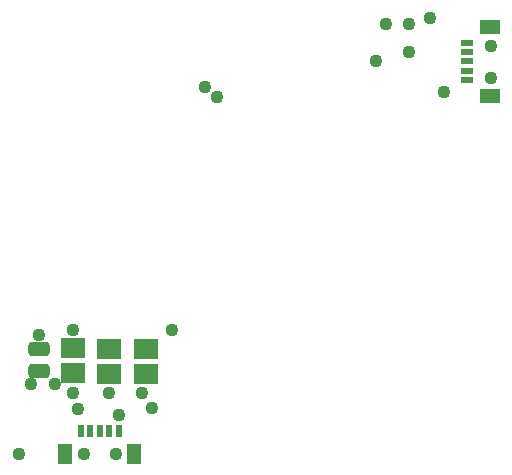
<source format=gts>
G04*
G04 #@! TF.GenerationSoftware,Altium Limited,Altium Designer,24.1.2 (44)*
G04*
G04 Layer_Color=8388736*
%FSLAX25Y25*%
%MOIN*%
G70*
G04*
G04 #@! TF.SameCoordinates,00511CFA-0F04-46CA-AFF9-E4457DF0149F*
G04*
G04*
G04 #@! TF.FilePolarity,Negative*
G04*
G01*
G75*
%ADD13R,0.03937X0.01968*%
%ADD14R,0.06693X0.04724*%
G04:AMPARAMS|DCode=15|XSize=71.18mil|YSize=49.92mil|CornerRadius=13.74mil|HoleSize=0mil|Usage=FLASHONLY|Rotation=180.000|XOffset=0mil|YOffset=0mil|HoleType=Round|Shape=RoundedRectangle|*
%AMROUNDEDRECTD15*
21,1,0.07118,0.02244,0,0,180.0*
21,1,0.04370,0.04992,0,0,180.0*
1,1,0.02748,-0.02185,0.01122*
1,1,0.02748,0.02185,0.01122*
1,1,0.02748,0.02185,-0.01122*
1,1,0.02748,-0.02185,-0.01122*
%
%ADD15ROUNDEDRECTD15*%
%ADD16R,0.07906X0.06724*%
%ADD17R,0.01968X0.03937*%
%ADD18R,0.04724X0.06693*%
%ADD19C,0.04362*%
D13*
X-15630Y132123D02*
D03*
Y135272D02*
D03*
Y138422D02*
D03*
Y141572D02*
D03*
Y144721D02*
D03*
D14*
X-7953Y127005D02*
D03*
Y149839D02*
D03*
D15*
X-158126Y35354D02*
D03*
Y42401D02*
D03*
D16*
X-134964Y34370D02*
D03*
Y42638D02*
D03*
X-122617Y34241D02*
D03*
X-122617Y42508D02*
D03*
X-146920Y34567D02*
D03*
X-146920Y42834D02*
D03*
D17*
X-144331Y15364D02*
D03*
X-141181D02*
D03*
X-138031D02*
D03*
X-134882D02*
D03*
X-131732D02*
D03*
D18*
X-149449Y7687D02*
D03*
X-126614D02*
D03*
D19*
X-34824Y141572D02*
D03*
X-114039Y48871D02*
D03*
X-120693Y22894D02*
D03*
X-152876Y30959D02*
D03*
X-146920Y48871D02*
D03*
X-7592Y132819D02*
D03*
X-7581Y143405D02*
D03*
X-23120Y128221D02*
D03*
X-46000Y138579D02*
D03*
X-28000Y153000D02*
D03*
X-160807Y30803D02*
D03*
X-34866Y151000D02*
D03*
X-42642D02*
D03*
X-102815Y130034D02*
D03*
X-98775Y126596D02*
D03*
X-160807Y30959D02*
D03*
X-131732Y20424D02*
D03*
X-145315Y22709D02*
D03*
X-143137Y7687D02*
D03*
X-132405D02*
D03*
X-146920Y27821D02*
D03*
X-158126Y47165D02*
D03*
X-123850Y27999D02*
D03*
X-134882Y27821D02*
D03*
X-164989Y7508D02*
D03*
M02*

</source>
